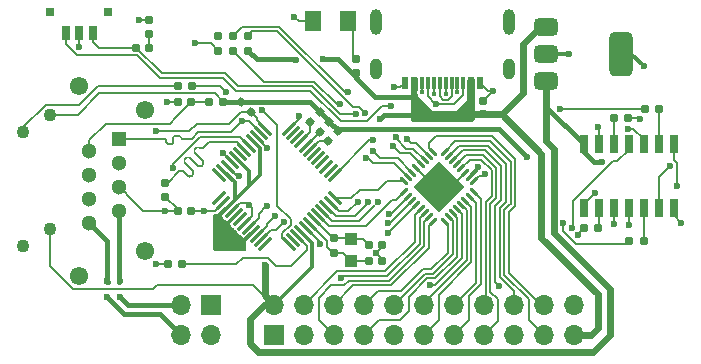
<source format=gbr>
%TF.GenerationSoftware,KiCad,Pcbnew,8.0.2-8.0.2-0~ubuntu22.04.1*%
%TF.CreationDate,2024-07-23T14:23:55-05:00*%
%TF.ProjectId,atslim-328,6174736c-696d-42d3-9332-382e6b696361,rev?*%
%TF.SameCoordinates,Original*%
%TF.FileFunction,Copper,L1,Top*%
%TF.FilePolarity,Positive*%
%FSLAX46Y46*%
G04 Gerber Fmt 4.6, Leading zero omitted, Abs format (unit mm)*
G04 Created by KiCad (PCBNEW 8.0.2-8.0.2-0~ubuntu22.04.1) date 2024-07-23 14:23:55*
%MOMM*%
%LPD*%
G01*
G04 APERTURE LIST*
G04 Aperture macros list*
%AMRoundRect*
0 Rectangle with rounded corners*
0 $1 Rounding radius*
0 $2 $3 $4 $5 $6 $7 $8 $9 X,Y pos of 4 corners*
0 Add a 4 corners polygon primitive as box body*
4,1,4,$2,$3,$4,$5,$6,$7,$8,$9,$2,$3,0*
0 Add four circle primitives for the rounded corners*
1,1,$1+$1,$2,$3*
1,1,$1+$1,$4,$5*
1,1,$1+$1,$6,$7*
1,1,$1+$1,$8,$9*
0 Add four rect primitives between the rounded corners*
20,1,$1+$1,$2,$3,$4,$5,0*
20,1,$1+$1,$4,$5,$6,$7,0*
20,1,$1+$1,$6,$7,$8,$9,0*
20,1,$1+$1,$8,$9,$2,$3,0*%
%AMRotRect*
0 Rectangle, with rotation*
0 The origin of the aperture is its center*
0 $1 length*
0 $2 width*
0 $3 Rotation angle, in degrees counterclockwise*
0 Add horizontal line*
21,1,$1,$2,0,0,$3*%
G04 Aperture macros list end*
%TA.AperFunction,ComponentPad*%
%ADD10R,1.700000X1.700000*%
%TD*%
%TA.AperFunction,ComponentPad*%
%ADD11O,1.700000X1.700000*%
%TD*%
%TA.AperFunction,SMDPad,CuDef*%
%ADD12RoundRect,0.375000X-0.625000X-0.375000X0.625000X-0.375000X0.625000X0.375000X-0.625000X0.375000X0*%
%TD*%
%TA.AperFunction,SMDPad,CuDef*%
%ADD13RoundRect,0.500000X-0.500000X-1.400000X0.500000X-1.400000X0.500000X1.400000X-0.500000X1.400000X0*%
%TD*%
%TA.AperFunction,SMDPad,CuDef*%
%ADD14RoundRect,0.155000X-0.212500X-0.155000X0.212500X-0.155000X0.212500X0.155000X-0.212500X0.155000X0*%
%TD*%
%TA.AperFunction,SMDPad,CuDef*%
%ADD15R,0.650000X1.525000*%
%TD*%
%TA.AperFunction,SMDPad,CuDef*%
%ADD16RoundRect,0.160000X-0.026517X-0.252791X0.252791X0.026517X0.026517X0.252791X-0.252791X-0.026517X0*%
%TD*%
%TA.AperFunction,SMDPad,CuDef*%
%ADD17RoundRect,0.250001X0.462499X0.624999X-0.462499X0.624999X-0.462499X-0.624999X0.462499X-0.624999X0*%
%TD*%
%TA.AperFunction,SMDPad,CuDef*%
%ADD18R,0.800000X1.250000*%
%TD*%
%TA.AperFunction,SMDPad,CuDef*%
%ADD19R,0.650000X0.700000*%
%TD*%
%TA.AperFunction,SMDPad,CuDef*%
%ADD20RoundRect,0.160000X-0.160000X0.197500X-0.160000X-0.197500X0.160000X-0.197500X0.160000X0.197500X0*%
%TD*%
%TA.AperFunction,SMDPad,CuDef*%
%ADD21RoundRect,0.160000X-0.197500X-0.160000X0.197500X-0.160000X0.197500X0.160000X-0.197500X0.160000X0*%
%TD*%
%TA.AperFunction,ComponentPad*%
%ADD22R,1.300000X1.300000*%
%TD*%
%TA.AperFunction,ComponentPad*%
%ADD23C,1.300000*%
%TD*%
%TA.AperFunction,ComponentPad*%
%ADD24C,1.100000*%
%TD*%
%TA.AperFunction,ComponentPad*%
%ADD25C,1.550000*%
%TD*%
%TA.AperFunction,SMDPad,CuDef*%
%ADD26RoundRect,0.155000X0.212500X0.155000X-0.212500X0.155000X-0.212500X-0.155000X0.212500X-0.155000X0*%
%TD*%
%TA.AperFunction,SMDPad,CuDef*%
%ADD27RoundRect,0.075000X-0.521491X0.415425X0.415425X-0.521491X0.521491X-0.415425X-0.415425X0.521491X0*%
%TD*%
%TA.AperFunction,SMDPad,CuDef*%
%ADD28RoundRect,0.075000X-0.521491X-0.415425X-0.415425X-0.521491X0.521491X0.415425X0.415425X0.521491X0*%
%TD*%
%TA.AperFunction,ConnectorPad*%
%ADD29C,0.787400*%
%TD*%
%TA.AperFunction,SMDPad,CuDef*%
%ADD30RoundRect,0.155000X0.155000X-0.212500X0.155000X0.212500X-0.155000X0.212500X-0.155000X-0.212500X0*%
%TD*%
%TA.AperFunction,SMDPad,CuDef*%
%ADD31RoundRect,0.160000X0.197500X0.160000X-0.197500X0.160000X-0.197500X-0.160000X0.197500X-0.160000X0*%
%TD*%
%TA.AperFunction,SMDPad,CuDef*%
%ADD32R,1.100000X1.050000*%
%TD*%
%TA.AperFunction,SMDPad,CuDef*%
%ADD33RoundRect,0.160000X-0.252791X0.026517X0.026517X-0.252791X0.252791X-0.026517X-0.026517X0.252791X0*%
%TD*%
%TA.AperFunction,SMDPad,CuDef*%
%ADD34RoundRect,0.062500X-0.220971X-0.309359X0.309359X0.220971X0.220971X0.309359X-0.309359X-0.220971X0*%
%TD*%
%TA.AperFunction,SMDPad,CuDef*%
%ADD35RoundRect,0.062500X0.220971X-0.309359X0.309359X-0.220971X-0.220971X0.309359X-0.309359X0.220971X0*%
%TD*%
%TA.AperFunction,HeatsinkPad*%
%ADD36C,0.500000*%
%TD*%
%TA.AperFunction,HeatsinkPad*%
%ADD37RotRect,3.100000X3.100000X45.000000*%
%TD*%
%TA.AperFunction,SMDPad,CuDef*%
%ADD38R,0.600000X1.100000*%
%TD*%
%TA.AperFunction,SMDPad,CuDef*%
%ADD39R,0.300000X1.100000*%
%TD*%
%TA.AperFunction,ComponentPad*%
%ADD40O,1.000000X2.200000*%
%TD*%
%TA.AperFunction,ComponentPad*%
%ADD41O,1.000000X1.800000*%
%TD*%
%TA.AperFunction,ViaPad*%
%ADD42C,0.600000*%
%TD*%
%TA.AperFunction,ViaPad*%
%ADD43C,0.400000*%
%TD*%
%TA.AperFunction,Conductor*%
%ADD44C,0.200000*%
%TD*%
%TA.AperFunction,Conductor*%
%ADD45C,0.450000*%
%TD*%
%TA.AperFunction,Conductor*%
%ADD46C,0.600000*%
%TD*%
%TA.AperFunction,Conductor*%
%ADD47C,0.400000*%
%TD*%
%TA.AperFunction,Conductor*%
%ADD48C,0.300000*%
%TD*%
G04 APERTURE END LIST*
D10*
%TO.P,J7,1,Pin_1*%
%TO.N,GND*%
X94770000Y-97475000D03*
D11*
%TO.P,J7,2,Pin_2*%
X94770000Y-100015000D03*
%TO.P,J7,3,Pin_3*%
%TO.N,TR0_TAP*%
X92230000Y-97475000D03*
%TO.P,J7,4,Pin_4*%
%TO.N,TR1_TAP*%
X92230000Y-100015000D03*
%TD*%
D12*
%TO.P,U2,1,IN*%
%TO.N,+5V*%
X123180000Y-73967500D03*
%TO.P,U2,2,GND*%
%TO.N,GND*%
X123180000Y-76267500D03*
D13*
X129480000Y-76267500D03*
D12*
%TO.P,U2,3,OUT*%
%TO.N,+3V3*%
X123180000Y-78567500D03*
%TD*%
D14*
%TO.P,C7,1*%
%TO.N,Net-(J5-RCT)*%
X91972500Y-89540000D03*
%TO.P,C7,2*%
%TO.N,GND*%
X93107500Y-89540000D03*
%TD*%
D15*
%TO.P,IC1,1,1~{OE}*%
%TO.N,GND*%
X126340000Y-89337000D03*
%TO.P,IC1,2,1A*%
%TO.N,Net-(IC1-1A)*%
X127610000Y-89337000D03*
%TO.P,IC1,3,1Y*%
%TO.N,DI_LLS*%
X128880000Y-89337000D03*
%TO.P,IC1,4,2~{OE}*%
%TO.N,GND*%
X130150000Y-89337000D03*
%TO.P,IC1,5,2A*%
%TO.N,Net-(IC1-2A)*%
X131420000Y-89337000D03*
%TO.P,IC1,6,2Y*%
%TO.N,SCK_LLS*%
X132690000Y-89337000D03*
%TO.P,IC1,7,GND*%
%TO.N,GND*%
X133960000Y-89337000D03*
%TO.P,IC1,8,3Y*%
%TO.N,CS_LLS*%
X133960000Y-83913000D03*
%TO.P,IC1,9,3A*%
%TO.N,Net-(IC1-3A)*%
X132690000Y-83913000D03*
%TO.P,IC1,10,3~{OE}*%
%TO.N,GND*%
X131420000Y-83913000D03*
%TO.P,IC1,11,4Y*%
%TO.N,SPI_MISO*%
X130150000Y-83913000D03*
%TO.P,IC1,12,4A*%
%TO.N,Net-(IC1-4A)*%
X128880000Y-83913000D03*
%TO.P,IC1,13,4~{OE}*%
%TO.N,GND*%
X127610000Y-83913000D03*
%TO.P,IC1,14,VCC*%
%TO.N,+3V3*%
X126340000Y-83913000D03*
%TD*%
D16*
%TO.P,R11,1*%
%TO.N,Net-(U3-PMODE2)*%
X104727504Y-83592496D03*
%TO.P,R11,2*%
%TO.N,+3V3*%
X105572496Y-82747504D03*
%TD*%
%TO.P,R9,1*%
%TO.N,Net-(U3-PMODE0)*%
X103217504Y-82042496D03*
%TO.P,R9,2*%
%TO.N,+3V3*%
X104062496Y-81197504D03*
%TD*%
D17*
%TO.P,D1,1,A*%
%TO.N,Net-(D1-A)*%
X106382500Y-73490000D03*
%TO.P,D1,2,K*%
%TO.N,GND*%
X103407500Y-73490000D03*
%TD*%
D18*
%TO.P,J2,2,NO*%
%TO.N,GND*%
X83640000Y-74465000D03*
%TO.P,J2,A1,COM_1*%
%TO.N,RESET*%
X84790000Y-74465000D03*
%TO.P,J2,B1,COM_2*%
%TO.N,Net-(J2-COM_2)*%
X82490000Y-74465000D03*
D19*
%TO.P,J2,MP1,MP1*%
%TO.N,unconnected-(J2-PadMP1)*%
X86115000Y-72740000D03*
%TO.P,J2,MP2,MP2*%
%TO.N,unconnected-(J2-PadMP2)*%
X81165000Y-72740000D03*
%TD*%
D20*
%TO.P,R12,1*%
%TO.N,Net-(U3-XO)*%
X105245000Y-91872500D03*
%TO.P,R12,2*%
%TO.N,Net-(U3-XI{slash}CLKIN)*%
X105245000Y-93067500D03*
%TD*%
D16*
%TO.P,R10,1*%
%TO.N,Net-(U3-PMODE1)*%
X103982504Y-82827496D03*
%TO.P,R10,2*%
%TO.N,+3V3*%
X104827496Y-81982504D03*
%TD*%
D21*
%TO.P,R3,1*%
%TO.N,SPI_MOSI*%
X126367500Y-91025000D03*
%TO.P,R3,2*%
%TO.N,Net-(IC1-1A)*%
X127562500Y-91025000D03*
%TD*%
D14*
%TO.P,C6,1*%
%TO.N,Net-(U3-XO)*%
X108152500Y-92395000D03*
%TO.P,C6,2*%
%TO.N,GND*%
X109287500Y-92395000D03*
%TD*%
D22*
%TO.P,J5,1,TD+*%
%TO.N,/ethernet/TX+*%
X87035000Y-83419000D03*
D23*
%TO.P,J5,2,TCT*%
%TO.N,Net-(J5-TCT)*%
X84495000Y-84435000D03*
%TO.P,J5,3,TD-*%
%TO.N,/ethernet/TX-*%
X87035000Y-85451000D03*
%TO.P,J5,4,RD+*%
%TO.N,Net-(J5-RD+)*%
X84495000Y-86467000D03*
%TO.P,J5,5,RCT*%
%TO.N,Net-(J5-RCT)*%
X87035000Y-87483000D03*
%TO.P,J5,6,RD-*%
%TO.N,Net-(J5-RD-)*%
X84495000Y-88499000D03*
%TO.P,J5,7,V+*%
%TO.N,TR0_TAP*%
X87035000Y-89515000D03*
%TO.P,J5,8,V-*%
%TO.N,TR1_TAP*%
X84495000Y-90531000D03*
D24*
%TO.P,J5,9,LED1_VIN*%
%TO.N,+3V3*%
X81195000Y-91115000D03*
%TO.P,J5,10,LED1_DAT*%
%TO.N,Net-(J5-LED1_DAT)*%
X78895000Y-92555000D03*
%TO.P,J5,11,LED2_VIN*%
%TO.N,+3V3*%
X81195000Y-81395000D03*
%TO.P,J5,12,LED2_DAT*%
%TO.N,Net-(J5-LED2_DAT)*%
X78895000Y-82835000D03*
D25*
%TO.P,J5,SH1*%
%TO.N,N/C*%
X89245000Y-80975000D03*
%TO.P,J5,SH2*%
X89245000Y-92975000D03*
%TO.P,J5,SH3*%
X83645000Y-95020000D03*
%TO.P,J5,SH4*%
X83645000Y-78930000D03*
%TD*%
D26*
%TO.P,C1,1*%
%TO.N,Net-(C1-Pad1)*%
X89582500Y-75732500D03*
%TO.P,C1,2*%
%TO.N,RESET*%
X88447500Y-75732500D03*
%TD*%
D27*
%TO.P,U3,1,TXN*%
%TO.N,/ethernet/TX-*%
X99386212Y-82602124D03*
%TO.P,U3,2,TXP*%
%TO.N,/ethernet/TX+*%
X99032658Y-82955678D03*
%TO.P,U3,3,AGND*%
%TO.N,GND*%
X98679105Y-83309231D03*
%TO.P,U3,4,AVDD*%
%TO.N,AVDD*%
X98325551Y-83662785D03*
%TO.P,U3,5,RXN*%
%TO.N,/ethernet/RX-*%
X97971998Y-84016338D03*
%TO.P,U3,6,RXP*%
%TO.N,/ethernet/RX+*%
X97618445Y-84369891D03*
%TO.P,U3,7,DNC*%
%TO.N,unconnected-(U3-DNC-Pad7)*%
X97264891Y-84723445D03*
%TO.P,U3,8,AVDD*%
%TO.N,AVDD*%
X96911338Y-85076998D03*
%TO.P,U3,9,AGND*%
%TO.N,GND*%
X96557785Y-85430551D03*
%TO.P,U3,10,EXRES1*%
%TO.N,Net-(U3-EXRES1)*%
X96204231Y-85784105D03*
%TO.P,U3,11,AVDD*%
%TO.N,AVDD*%
X95850678Y-86137658D03*
%TO.P,U3,12,NC*%
%TO.N,unconnected-(U3-NC-Pad12)*%
X95497124Y-86491212D03*
D28*
%TO.P,U3,13,NC*%
%TO.N,unconnected-(U3-NC-Pad13)*%
X95497124Y-88488788D03*
%TO.P,U3,14,AGND*%
%TO.N,GND*%
X95850678Y-88842342D03*
%TO.P,U3,15,AVDD*%
%TO.N,AVDD*%
X96204231Y-89195895D03*
%TO.P,U3,16,AGND*%
%TO.N,GND*%
X96557785Y-89549449D03*
%TO.P,U3,17,AVDD*%
%TO.N,AVDD*%
X96911338Y-89903002D03*
%TO.P,U3,18,VBG*%
%TO.N,unconnected-(U3-VBG-Pad18)*%
X97264891Y-90256555D03*
%TO.P,U3,19,AGND*%
%TO.N,GND*%
X97618445Y-90610109D03*
%TO.P,U3,20,TOCAP*%
%TO.N,Net-(U3-TOCAP)*%
X97971998Y-90963662D03*
%TO.P,U3,21,AVDD*%
%TO.N,AVDD*%
X98325551Y-91317215D03*
%TO.P,U3,22,1V2O*%
%TO.N,Net-(U3-1V2O)*%
X98679105Y-91670769D03*
%TO.P,U3,23,RSVD*%
%TO.N,Net-(R13-Pad2)*%
X99032658Y-92024322D03*
%TO.P,U3,24,SPDLED*%
%TO.N,unconnected-(U3-SPDLED-Pad24)*%
X99386212Y-92377876D03*
D27*
%TO.P,U3,25,LINKLED*%
%TO.N,/ethernet/LINK_LED*%
X101383788Y-92377876D03*
%TO.P,U3,26,DUPLED*%
%TO.N,unconnected-(U3-DUPLED-Pad26)*%
X101737342Y-92024322D03*
%TO.P,U3,27,ACTLED*%
%TO.N,/ethernet/ACT_LED*%
X102090895Y-91670769D03*
%TO.P,U3,28,VDD*%
%TO.N,+3V3*%
X102444449Y-91317215D03*
%TO.P,U3,29,GND*%
%TO.N,GND*%
X102798002Y-90963662D03*
%TO.P,U3,30,XI/CLKIN*%
%TO.N,Net-(U3-XI{slash}CLKIN)*%
X103151555Y-90610109D03*
%TO.P,U3,31,XO*%
%TO.N,Net-(U3-XO)*%
X103505109Y-90256555D03*
%TO.P,U3,32,~{SCS}*%
%TO.N,SPI_SS*%
X103858662Y-89903002D03*
%TO.P,U3,33,SCLK*%
%TO.N,SPI_SCK*%
X104212215Y-89549449D03*
%TO.P,U3,34,MISO*%
%TO.N,SPI_MISO*%
X104565769Y-89195895D03*
%TO.P,U3,35,MOSI*%
%TO.N,SPI_MOSI*%
X104919322Y-88842342D03*
%TO.P,U3,36,~{INT}*%
%TO.N,INTn*%
X105272876Y-88488788D03*
D28*
%TO.P,U3,37,~{RST}*%
%TO.N,RESET*%
X105272876Y-86491212D03*
%TO.P,U3,38,RSVD*%
%TO.N,unconnected-(U3-RSVD-Pad38)*%
X104919322Y-86137658D03*
%TO.P,U3,39,RSVD*%
%TO.N,unconnected-(U3-RSVD-Pad39)*%
X104565769Y-85784105D03*
%TO.P,U3,40,RSVD*%
%TO.N,unconnected-(U3-RSVD-Pad40)*%
X104212215Y-85430551D03*
%TO.P,U3,41,RSVD*%
%TO.N,unconnected-(U3-RSVD-Pad41)*%
X103858662Y-85076998D03*
%TO.P,U3,42,RSVD*%
%TO.N,unconnected-(U3-RSVD-Pad42)*%
X103505109Y-84723445D03*
%TO.P,U3,43,PMODE2*%
%TO.N,Net-(U3-PMODE2)*%
X103151555Y-84369891D03*
%TO.P,U3,44,PMODE1*%
%TO.N,Net-(U3-PMODE1)*%
X102798002Y-84016338D03*
%TO.P,U3,45,PMODE0*%
%TO.N,Net-(U3-PMODE0)*%
X102444449Y-83662785D03*
%TO.P,U3,46,NC*%
%TO.N,unconnected-(U3-NC-Pad46)*%
X102090895Y-83309231D03*
%TO.P,U3,47,NC*%
%TO.N,unconnected-(U3-NC-Pad47)*%
X101737342Y-82955678D03*
%TO.P,U3,48,AGND*%
%TO.N,GND*%
X101383788Y-82602124D03*
%TD*%
D29*
%TO.P,J1,1,DI*%
%TO.N,/UPDI*%
X97940000Y-74695000D03*
%TO.P,J1,2,VCC*%
%TO.N,+5V*%
X97940000Y-75965000D03*
%TO.P,J1,3,TX*%
%TO.N,Prog_TX*%
X96670000Y-74695000D03*
%TO.P,J1,4,RX*%
%TO.N,Prog_RX*%
X96670000Y-75965000D03*
%TO.P,J1,5*%
%TO.N,unconnected-(J1-Pad5)*%
X95400000Y-74695000D03*
%TO.P,J1,6,GND*%
%TO.N,GND*%
X95400000Y-75965000D03*
%TD*%
D21*
%TO.P,R4,1*%
%TO.N,SPI_SCK*%
X130222500Y-92065000D03*
%TO.P,R4,2*%
%TO.N,Net-(IC1-2A)*%
X131417500Y-92065000D03*
%TD*%
D30*
%TO.P,C4,1*%
%TO.N,+5V*%
X117850000Y-81367500D03*
%TO.P,C4,2*%
%TO.N,GND*%
X117850000Y-80232500D03*
%TD*%
D31*
%TO.P,R19,1*%
%TO.N,+3V3*%
X95827500Y-80300000D03*
%TO.P,R19,2*%
%TO.N,Net-(J5-TCT)*%
X94632500Y-80300000D03*
%TD*%
D32*
%TO.P,X1,1,1*%
%TO.N,Net-(U3-XO)*%
X106685000Y-91895000D03*
%TO.P,X1,2,2*%
%TO.N,Net-(U3-XI{slash}CLKIN)*%
X106685000Y-93745000D03*
%TD*%
D31*
%TO.P,R6,1*%
%TO.N,Net-(IC1-3A)*%
X132707500Y-80925000D03*
%TO.P,R6,2*%
%TO.N,SPI_CS*%
X131512500Y-80925000D03*
%TD*%
D20*
%TO.P,R1,1*%
%TO.N,GND*%
X89580000Y-73405000D03*
%TO.P,R1,2*%
%TO.N,Net-(C1-Pad1)*%
X89580000Y-74600000D03*
%TD*%
D33*
%TO.P,R16,1*%
%TO.N,+3V3*%
X97322504Y-80322504D03*
%TO.P,R16,2*%
%TO.N,/ethernet/TX-*%
X98167496Y-81167496D03*
%TD*%
D34*
%TO.P,U1,1,PA3*%
%TO.N,SPI_SS*%
X111124105Y-87976136D03*
%TO.P,U1,2,PA4*%
%TO.N,SPI_SCK*%
X111477659Y-88329689D03*
%TO.P,U1,3,PA5*%
%TO.N,SPI_MISO*%
X111831212Y-88683243D03*
%TO.P,U1,4,PA6*%
%TO.N,SPI_MOSI*%
X112184766Y-89036796D03*
%TO.P,U1,5,PA7*%
%TO.N,/AN7*%
X112538319Y-89390349D03*
%TO.P,U1,6,PC0*%
%TO.N,/Serial_TX*%
X112891872Y-89743903D03*
%TO.P,U1,7,PC1*%
%TO.N,/Serial_RX*%
X113245426Y-90097456D03*
%TO.P,U1,8,PC2*%
%TO.N,/DIGC2{slash}SDA*%
X113598979Y-90451010D03*
D35*
%TO.P,U1,9,PC3*%
%TO.N,/DIGC3{slash}SCL*%
X114571251Y-90451010D03*
%TO.P,U1,10,PD0*%
%TO.N,/DIGD0*%
X114924804Y-90097456D03*
%TO.P,U1,11,PD1*%
%TO.N,/DIGD1*%
X115278358Y-89743903D03*
%TO.P,U1,12,PD2*%
%TO.N,/DIGD2*%
X115631911Y-89390349D03*
%TO.P,U1,13,PD3*%
%TO.N,/DIGD3*%
X115985464Y-89036796D03*
%TO.P,U1,14,PD4*%
%TO.N,/DIGD4*%
X116339018Y-88683243D03*
%TO.P,U1,15,PD5*%
%TO.N,/DIGD5*%
X116692571Y-88329689D03*
%TO.P,U1,16,PD6*%
%TO.N,/DIGD6*%
X117046125Y-87976136D03*
D34*
%TO.P,U1,17,PD7*%
%TO.N,SPI_CS*%
X117046125Y-87003864D03*
%TO.P,U1,18,AVDD*%
%TO.N,Net-(U1-AVDD)*%
X116692571Y-86650311D03*
%TO.P,U1,19,GND*%
%TO.N,GND*%
X116339018Y-86296757D03*
%TO.P,U1,20,PF0/TOSC1*%
%TO.N,/DIGF0*%
X115985464Y-85943204D03*
%TO.P,U1,21,PF1/TOSC2*%
%TO.N,/DIGF1*%
X115631911Y-85589651D03*
%TO.P,U1,22,PF2*%
%TO.N,/DIGF2*%
X115278358Y-85236097D03*
%TO.P,U1,23,PF3*%
%TO.N,/DIGF3*%
X114924804Y-84882544D03*
%TO.P,U1,24,PF4*%
%TO.N,/DIGF4*%
X114571251Y-84528990D03*
D35*
%TO.P,U1,25,PF5*%
%TO.N,/DIGF5*%
X113598979Y-84528990D03*
%TO.P,U1,26,PF6/~{RESET}*%
%TO.N,Net-(J2-COM_2)*%
X113245426Y-84882544D03*
%TO.P,U1,27,UPDI*%
%TO.N,/UPDI*%
X112891872Y-85236097D03*
%TO.P,U1,28,VDD*%
%TO.N,Net-(U1-VDD)*%
X112538319Y-85589651D03*
%TO.P,U1,29,GND*%
%TO.N,GND*%
X112184766Y-85943204D03*
%TO.P,U1,30,EXTCLK/PA0*%
%TO.N,Prog_TX*%
X111831212Y-86296757D03*
%TO.P,U1,31,PA1*%
%TO.N,Prog_RX*%
X111477659Y-86650311D03*
%TO.P,U1,32,PA2*%
%TO.N,INTn*%
X111124105Y-87003864D03*
D36*
%TO.P,U1,33,GND*%
%TO.N,GND*%
X112670901Y-87490000D03*
X113378008Y-88197107D03*
X114085115Y-88904214D03*
X113378008Y-86782893D03*
X114085115Y-87490000D03*
D37*
X114085115Y-87490000D03*
D36*
X114792222Y-88197107D03*
X114085115Y-86075786D03*
X114792222Y-86782893D03*
X115499329Y-87490000D03*
%TD*%
D21*
%TO.P,R5,1*%
%TO.N,Net-(IC1-4A)*%
X128882500Y-81660000D03*
%TO.P,R5,2*%
%TO.N,DO_LLS*%
X130077500Y-81660000D03*
%TD*%
D20*
%TO.P,R22,1*%
%TO.N,Net-(D1-A)*%
X107045000Y-76702500D03*
%TO.P,R22,2*%
%TO.N,+5V*%
X107045000Y-77897500D03*
%TD*%
D14*
%TO.P,C5,1*%
%TO.N,Net-(U3-XI{slash}CLKIN)*%
X108152500Y-93745000D03*
%TO.P,C5,2*%
%TO.N,GND*%
X109287500Y-93745000D03*
%TD*%
%TO.P,C10,1*%
%TO.N,GND*%
X92007500Y-80290000D03*
%TO.P,C10,2*%
%TO.N,Net-(J5-TCT)*%
X93142500Y-80290000D03*
%TD*%
D10*
%TO.P,J6,1,Pin_1*%
%TO.N,GND*%
X100125000Y-100025000D03*
D11*
%TO.P,J6,2,Pin_2*%
%TO.N,+3V3*%
X100125000Y-97485000D03*
%TO.P,J6,3,Pin_3*%
%TO.N,/Serial_TX*%
X102665000Y-100025000D03*
%TO.P,J6,4,Pin_4*%
%TO.N,/AN7*%
X102665000Y-97485000D03*
%TO.P,J6,5,Pin_5*%
%TO.N,/Serial_RX*%
X105205000Y-100025000D03*
%TO.P,J6,6,Pin_6*%
%TO.N,/DIGC2{slash}SDA*%
X105205000Y-97485000D03*
%TO.P,J6,7,Pin_7*%
%TO.N,/DIGD1*%
X107745000Y-100025000D03*
%TO.P,J6,8,Pin_8*%
%TO.N,/DIGC3{slash}SCL*%
X107745000Y-97485000D03*
%TO.P,J6,9,Pin_9*%
%TO.N,/DIGD2*%
X110285000Y-100025000D03*
%TO.P,J6,10,Pin_10*%
%TO.N,/DIGD0*%
X110285000Y-97485000D03*
%TO.P,J6,11,Pin_11*%
%TO.N,/DIGD4*%
X112825000Y-100025000D03*
%TO.P,J6,12,Pin_12*%
%TO.N,/DIGD3*%
X112825000Y-97485000D03*
%TO.P,J6,13,Pin_13*%
%TO.N,/DIGD6*%
X115365000Y-100025000D03*
%TO.P,J6,14,Pin_14*%
%TO.N,/DIGD5*%
X115365000Y-97485000D03*
%TO.P,J6,15,Pin_15*%
%TO.N,/DIGF1*%
X117905000Y-100025000D03*
%TO.P,J6,16,Pin_16*%
%TO.N,/DIGF0*%
X117905000Y-97485000D03*
%TO.P,J6,17,Pin_17*%
%TO.N,/DIGF2*%
X120445000Y-100025000D03*
%TO.P,J6,18,Pin_18*%
%TO.N,/DIGF3*%
X120445000Y-97485000D03*
%TO.P,J6,19,Pin_19*%
%TO.N,/DIGF4*%
X122985000Y-100025000D03*
%TO.P,J6,20,Pin_20*%
%TO.N,/DIGF5*%
X122985000Y-97485000D03*
%TO.P,J6,21,Pin_21*%
%TO.N,+5V*%
X125525000Y-100025000D03*
%TO.P,J6,22,Pin_22*%
%TO.N,GND*%
X125525000Y-97485000D03*
%TD*%
D38*
%TO.P,J4,A1_B12,GND_A*%
%TO.N,GND*%
X117610000Y-78715000D03*
%TO.P,J4,A4_B9,VBUS_A*%
%TO.N,+5V*%
X116810000Y-78715000D03*
D39*
%TO.P,J4,A5,CC1*%
%TO.N,Net-(J4-CC1)*%
X115660000Y-78715000D03*
%TO.P,J4,A6,DP1*%
%TO.N,Net-(J4-DP1)*%
X114660000Y-78715000D03*
%TO.P,J4,A7,DN1*%
%TO.N,Net-(J4-DN1)*%
X114160000Y-78715000D03*
%TO.P,J4,A8,SBU1*%
%TO.N,GND*%
X113160000Y-78715000D03*
D38*
%TO.P,J4,B1_A12,GND_B*%
X111210000Y-78715000D03*
%TO.P,J4,B4_A9,VBUS_B*%
%TO.N,+5V*%
X112010000Y-78715000D03*
D39*
%TO.P,J4,B5,CC2*%
%TO.N,Net-(J4-CC2)*%
X112660000Y-78715000D03*
%TO.P,J4,B6,DP2*%
%TO.N,Net-(J4-DP1)*%
X113660000Y-78715000D03*
%TO.P,J4,B7,DN2*%
%TO.N,Net-(J4-DN1)*%
X115160000Y-78715000D03*
%TO.P,J4,B8,SBU2*%
%TO.N,GND*%
X116160000Y-78715000D03*
D40*
%TO.P,J4,SH1,SHELL_GND*%
X120030000Y-73565000D03*
D41*
%TO.P,J4,SH2,SHELL_GND__1*%
X108790000Y-77565000D03*
%TO.P,J4,SH3,SHELL_GND__2*%
X120030000Y-77565000D03*
D40*
%TO.P,J4,SH4,SHELL_GND__3*%
X108790000Y-73565000D03*
%TD*%
D21*
%TO.P,R20,1*%
%TO.N,Net-(J5-LED1_DAT)*%
X91125000Y-94060000D03*
%TO.P,R20,2*%
%TO.N,/ethernet/ACT_LED*%
X92320000Y-94060000D03*
%TD*%
D20*
%TO.P,R14,1*%
%TO.N,/ethernet/RX+*%
X90930000Y-87157500D03*
%TO.P,R14,2*%
%TO.N,Net-(J5-RCT)*%
X90930000Y-88352500D03*
%TD*%
D21*
%TO.P,R21,1*%
%TO.N,Net-(J5-LED2_DAT)*%
X91977500Y-78950000D03*
%TO.P,R21,2*%
%TO.N,/ethernet/LINK_LED*%
X93172500Y-78950000D03*
%TD*%
D42*
%TO.N,+3V3*%
X123810000Y-85005000D03*
X121570000Y-85010000D03*
%TO.N,+5V*%
X118870000Y-81350000D03*
%TO.N,SPI_MOSI*%
X109812427Y-91409134D03*
%TO.N,SPI_SCK*%
X109900463Y-89765463D03*
%TO.N,SPI_MISO*%
X109812428Y-90560605D03*
%TO.N,SPI_SCK*%
X108895003Y-88760000D03*
%TO.N,SPI_MISO*%
X108095000Y-88760000D03*
%TO.N,SPI_MOSI*%
X107240000Y-88765000D03*
%TO.N,TR1_TAP*%
X86020000Y-96820000D03*
%TO.N,TR0_TAP*%
X87060000Y-96805000D03*
%TO.N,TR1_TAP*%
X86020000Y-95480000D03*
%TO.N,TR0_TAP*%
X87060000Y-95480000D03*
%TO.N,SPI_SCK*%
X124635419Y-90566409D03*
%TO.N,SPI_MOSI*%
X125853433Y-91562223D03*
%TO.N,SPI_MISO*%
X125336594Y-90951582D03*
%TO.N,GND*%
X91030000Y-80305000D03*
%TO.N,Net-(J5-LED1_DAT)*%
X90115000Y-94065000D03*
%TO.N,Net-(J5-RCT)*%
X90920000Y-89530000D03*
%TO.N,GND*%
X118705000Y-79370000D03*
X125105000Y-76300000D03*
X130125000Y-82575000D03*
X130150000Y-90715000D03*
X131425000Y-77315000D03*
X88660000Y-73405000D03*
X93445000Y-75335000D03*
X94185000Y-89540000D03*
X134610000Y-90605000D03*
X110290000Y-79090000D03*
X101825000Y-73110000D03*
X127585000Y-82475000D03*
X95785000Y-84645000D03*
X108782580Y-93082691D03*
X83620000Y-75635000D03*
X127274500Y-87985000D03*
X102230000Y-81520000D03*
X104020000Y-92365000D03*
X113810000Y-80465000D03*
X99567703Y-84203093D03*
X97985000Y-89060000D03*
%TO.N,+5V*%
X109075000Y-81745000D03*
X104250000Y-76715000D03*
X101973235Y-76736765D03*
%TO.N,+3V3*%
X99335000Y-94105000D03*
X127880735Y-85415735D03*
X95830000Y-80290000D03*
%TO.N,CS_LLS*%
X134235000Y-87470000D03*
%TO.N,SCK_LLS*%
X133615000Y-85770000D03*
%TO.N,DI_LLS*%
X128875000Y-90670000D03*
%TO.N,DO_LLS*%
X131080000Y-81775000D03*
%TO.N,RESET*%
X107029265Y-81360000D03*
X108525000Y-83552500D03*
%TO.N,/Serial_TX*%
X105834265Y-95250000D03*
%TO.N,Net-(J2-COM_2)*%
X110011765Y-80695000D03*
X111359265Y-83450735D03*
%TO.N,Net-(U3-1V2O)*%
X100210000Y-89960000D03*
%TO.N,Net-(U3-TOCAP)*%
X99532500Y-89137500D03*
%TO.N,/ethernet/RX-*%
X91575735Y-85880735D03*
%TO.N,/ethernet/RX+*%
X90930000Y-87157500D03*
%TO.N,AVDD*%
X96285000Y-92320000D03*
X95455000Y-92320000D03*
%TO.N,/ethernet/LINK_LED*%
X96075000Y-79445000D03*
X99125000Y-81000000D03*
%TO.N,Net-(U3-EXRES1)*%
X97190406Y-86558147D03*
%TO.N,/ethernet/TX+*%
X97435000Y-81925000D03*
%TO.N,/ethernet/TX-*%
X90100000Y-82815000D03*
D43*
%TO.N,Net-(J4-DP1)*%
X113660000Y-79625000D03*
X114660000Y-79630000D03*
%TO.N,Net-(J4-CC2)*%
X112660000Y-79480000D03*
D42*
%TO.N,SPI_CS*%
X124385000Y-80925000D03*
X117952872Y-86384761D03*
D43*
%TO.N,Net-(J4-CC1)*%
X115660000Y-79495000D03*
D42*
%TO.N,Net-(R13-Pad2)*%
X100940443Y-90505443D03*
%TO.N,/DIGF2*%
X119170000Y-95915000D03*
%TO.N,/DIGD2*%
X113355000Y-95850000D03*
%TO.N,Net-(U1-VDD)*%
X110235000Y-84090000D03*
%TO.N,Net-(U1-AVDD)*%
X117398235Y-85808235D03*
%TO.N,Prog_RX*%
X105745001Y-80530785D03*
X107940000Y-85075000D03*
%TO.N,/UPDI*%
X107826218Y-81290253D03*
X110442176Y-83317289D03*
%TO.N,Prog_TX*%
X106416765Y-79483235D03*
X108510000Y-84475000D03*
%TD*%
D44*
%TO.N,SPI_CS*%
X124385000Y-80925000D02*
X131512500Y-80925000D01*
%TO.N,/DIGF5*%
X113598979Y-84528990D02*
X113270000Y-84200011D01*
X113270000Y-84200011D02*
X113270000Y-83770000D01*
X113270000Y-83770000D02*
X113831765Y-83208235D01*
X113831765Y-83208235D02*
X118603235Y-83208235D01*
X118603235Y-83208235D02*
X120552872Y-85157872D01*
X120552872Y-85157872D02*
X120552872Y-89147128D01*
X120552872Y-89147128D02*
X120044335Y-89655665D01*
X120044335Y-89655665D02*
X120044335Y-94797963D01*
X120044335Y-94797963D02*
X122731372Y-97485000D01*
D45*
%TO.N,TR1_TAP*%
X86020000Y-96820000D02*
X87430000Y-98230000D01*
X90445000Y-98230000D02*
X92230000Y-100015000D01*
X87430000Y-98230000D02*
X90445000Y-98230000D01*
D44*
%TO.N,SPI_MOSI*%
X125853433Y-91562223D02*
X125853433Y-91539067D01*
X125853433Y-91539067D02*
X126367500Y-91025000D01*
%TO.N,SPI_MISO*%
X125410000Y-88735000D02*
X128802475Y-85342525D01*
X125336594Y-90951582D02*
X125410000Y-90878176D01*
X125410000Y-90878176D02*
X125410000Y-88735000D01*
X128802475Y-85342525D02*
X129157975Y-85342525D01*
X129157975Y-85342525D02*
X130150000Y-84350500D01*
%TO.N,SPI_SS*%
X103858662Y-89903002D02*
X104795660Y-90840000D01*
X104795660Y-90840000D02*
X107930000Y-90840000D01*
X107930000Y-90840000D02*
X110160000Y-88610000D01*
X110160000Y-88610000D02*
X110490000Y-88610000D01*
X110490000Y-88610000D02*
X110490000Y-88605000D01*
X110490000Y-88605000D02*
X111118864Y-87976136D01*
%TO.N,INTn*%
X105272876Y-88488788D02*
X106667683Y-88488788D01*
X106667683Y-88488788D02*
X107406471Y-87750000D01*
X107406471Y-87750000D02*
X108935000Y-87750000D01*
X108935000Y-87750000D02*
X109681136Y-87003864D01*
X109681136Y-87003864D02*
X111124105Y-87003864D01*
D46*
%TO.N,+5V*%
X122672500Y-73967500D02*
X121225000Y-75415000D01*
X121225000Y-75415000D02*
X121225000Y-79550000D01*
X119407500Y-81367500D02*
X117850000Y-81367500D01*
X121225000Y-79550000D02*
X119407500Y-81367500D01*
%TO.N,+3V3*%
X123810000Y-85005000D02*
X123810000Y-84295000D01*
D47*
X121570000Y-85010000D02*
X121555000Y-84995000D01*
D46*
%TO.N,+5V*%
X118852500Y-81367500D02*
X117850000Y-81367500D01*
X118870000Y-81350000D02*
X118852500Y-81367500D01*
X118887500Y-81367500D02*
X118870000Y-81350000D01*
D47*
%TO.N,+3V3*%
X126340000Y-83913000D02*
X123180000Y-80753000D01*
X123180000Y-80753000D02*
X123180000Y-80690000D01*
D46*
X100125000Y-97485000D02*
X99290000Y-97485000D01*
X98810000Y-101470000D02*
X127165000Y-101470000D01*
X123810000Y-91390000D02*
X123810000Y-85005000D01*
X123180000Y-83665000D02*
X123180000Y-78567500D01*
X99290000Y-97485000D02*
X98077500Y-98697500D01*
X98077500Y-98697500D02*
X98080000Y-98700000D01*
X98080000Y-98700000D02*
X98080000Y-100740000D01*
X98080000Y-100740000D02*
X98810000Y-101470000D01*
X127165000Y-101470000D02*
X128605000Y-100030000D01*
X128605000Y-100030000D02*
X128605000Y-96185000D01*
X128605000Y-96185000D02*
X123810000Y-91390000D01*
X123810000Y-84295000D02*
X123180000Y-83665000D01*
D47*
X105572496Y-82747504D02*
X105720000Y-82600000D01*
X105720000Y-82600000D02*
X119160000Y-82600000D01*
X119160000Y-82600000D02*
X121570000Y-85010000D01*
D46*
%TO.N,+5V*%
X125525000Y-100025000D02*
X126980000Y-100025000D01*
X126980000Y-100025000D02*
X127550000Y-99455000D01*
X127550000Y-99455000D02*
X127550000Y-96620000D01*
X127550000Y-96620000D02*
X122770000Y-91840000D01*
X122770000Y-91840000D02*
X122770000Y-84690000D01*
X119447500Y-81367500D02*
X118887500Y-81367500D01*
X122770000Y-84690000D02*
X119447500Y-81367500D01*
X117850000Y-81367500D02*
X116512500Y-81367500D01*
X116512500Y-81367500D02*
X116475000Y-81330000D01*
D44*
%TO.N,/UPDI*%
X106845000Y-80760000D02*
X100421301Y-74336301D01*
X107826218Y-81290253D02*
X107295965Y-80760000D01*
X107295965Y-80760000D02*
X106845000Y-80760000D01*
X100421301Y-74336301D02*
X98298699Y-74336301D01*
X98298699Y-74336301D02*
X97940000Y-74695000D01*
%TO.N,Net-(J2-COM_2)*%
X110011765Y-80695000D02*
X109270000Y-80695000D01*
X83452500Y-76342500D02*
X82490000Y-75380000D01*
X109270000Y-80695000D02*
X108005000Y-81960000D01*
X108005000Y-81960000D02*
X105760000Y-81960000D01*
X105760000Y-81960000D02*
X103190000Y-79390000D01*
X103190000Y-79390000D02*
X96885000Y-79390000D01*
X96885000Y-79390000D02*
X95800000Y-78305000D01*
X95800000Y-78305000D02*
X90454314Y-78305000D01*
X90454314Y-78305000D02*
X88491814Y-76342500D01*
X88491814Y-76342500D02*
X83452500Y-76342500D01*
X82490000Y-75380000D02*
X82490000Y-74465000D01*
D47*
%TO.N,+5V*%
X101973235Y-76736765D02*
X101953235Y-76716765D01*
X101953235Y-76716765D02*
X98691765Y-76716765D01*
X98691765Y-76716765D02*
X97940000Y-75965000D01*
X104250000Y-76715000D02*
X105565000Y-76715000D01*
X108710000Y-79860000D02*
X111975000Y-79860000D01*
X105565000Y-76715000D02*
X108710000Y-79860000D01*
D44*
%TO.N,Prog_TX*%
X106133921Y-79483235D02*
X100585686Y-73935000D01*
X106416765Y-79483235D02*
X106133921Y-79483235D01*
X100585686Y-73935000D02*
X97430000Y-73935000D01*
X97430000Y-73935000D02*
X96670000Y-74695000D01*
%TO.N,Prog_RX*%
X105462157Y-80530785D02*
X103521372Y-78590000D01*
X105745001Y-80530785D02*
X105462157Y-80530785D01*
X103521372Y-78590000D02*
X99300000Y-78590000D01*
X99300000Y-78590000D02*
X96675000Y-75965000D01*
%TO.N,CS_LLS*%
X134235000Y-87470000D02*
X134215000Y-87450000D01*
X134215000Y-87450000D02*
X134215000Y-85465000D01*
X134215000Y-85465000D02*
X133960000Y-85210000D01*
X133960000Y-85210000D02*
X133960000Y-83913000D01*
%TO.N,+3V3*%
X100080000Y-97530000D02*
X98355000Y-95805000D01*
X98355000Y-95805000D02*
X90240000Y-95805000D01*
X90240000Y-95805000D02*
X89880000Y-96165000D01*
X89880000Y-96165000D02*
X83120000Y-96165000D01*
X83120000Y-96165000D02*
X81195000Y-94240000D01*
X81195000Y-94240000D02*
X81195000Y-91115000D01*
%TO.N,GND*%
X127274500Y-87985000D02*
X126340000Y-88919500D01*
X126340000Y-88919500D02*
X126340000Y-89337000D01*
D47*
%TO.N,+3V3*%
X127880735Y-85415735D02*
X127225235Y-85415735D01*
X126340000Y-84530500D02*
X126340000Y-83913000D01*
X127225235Y-85415735D02*
X126340000Y-84530500D01*
D44*
%TO.N,SPI_SCK*%
X125706471Y-92350000D02*
X129937500Y-92350000D01*
X129937500Y-92350000D02*
X130222500Y-92065000D01*
X124635419Y-90566409D02*
X124635419Y-91278948D01*
X124635419Y-91278948D02*
X125706471Y-92350000D01*
%TO.N,GND*%
X117850000Y-80232500D02*
X117850000Y-80225000D01*
X117850000Y-80225000D02*
X118705000Y-79370000D01*
%TO.N,SPI_MOSI*%
X109812428Y-91409134D02*
X112184766Y-89036796D01*
X109812427Y-91409134D02*
X109812428Y-91409134D01*
%TO.N,SPI_MISO*%
X109812428Y-90560605D02*
X109953850Y-90560605D01*
X109953850Y-90560605D02*
X111831212Y-88683243D01*
%TO.N,SPI_SCK*%
X109900463Y-89765463D02*
X110041885Y-89765463D01*
X110041885Y-89765463D02*
X111477659Y-88329689D01*
X108695000Y-89008529D02*
X107318529Y-90385000D01*
X107318529Y-90385000D02*
X105047766Y-90385000D01*
X105047766Y-90385000D02*
X104212215Y-89549449D01*
%TO.N,SPI_MISO*%
X105354874Y-89985000D02*
X104565769Y-89195895D01*
X108095000Y-88760000D02*
X108095000Y-88880000D01*
X108095000Y-88880000D02*
X106990000Y-89985000D01*
X106990000Y-89985000D02*
X105354874Y-89985000D01*
%TO.N,Net-(U3-XO)*%
X106685000Y-91895000D02*
X107652500Y-91895000D01*
X107652500Y-91895000D02*
X108152500Y-92395000D01*
%TO.N,GND*%
X109287500Y-92577771D02*
X109287500Y-92395000D01*
X108782580Y-93082691D02*
X109287500Y-92577771D01*
X108782580Y-93082691D02*
X109287500Y-93587611D01*
X109287500Y-93587611D02*
X109287500Y-93745000D01*
%TO.N,SPI_MOSI*%
X107240000Y-88765000D02*
X106420000Y-89585000D01*
X106420000Y-89585000D02*
X105661980Y-89585000D01*
X105661980Y-89585000D02*
X104919322Y-88842342D01*
D45*
%TO.N,TR0_TAP*%
X87060000Y-96805000D02*
X87730000Y-97475000D01*
X87730000Y-97475000D02*
X92230000Y-97475000D01*
%TO.N,TR1_TAP*%
X86020000Y-95480000D02*
X86020000Y-92065000D01*
X86020000Y-92065000D02*
X84495000Y-90540000D01*
X84495000Y-90540000D02*
X84495000Y-90531000D01*
X86020000Y-95535000D02*
X86040000Y-95555000D01*
X86020000Y-95480000D02*
X86020000Y-95535000D01*
%TO.N,TR0_TAP*%
X87060000Y-95480000D02*
X87035000Y-95505000D01*
X87035000Y-95505000D02*
X87035000Y-95550000D01*
X87035000Y-95550000D02*
X87030000Y-95555000D01*
X87060000Y-95480000D02*
X87035000Y-95455000D01*
X87035000Y-95455000D02*
X87035000Y-89515000D01*
D44*
%TO.N,/DIGC3{slash}SCL*%
X107745000Y-97485000D02*
X108895000Y-96335000D01*
X108895000Y-96335000D02*
X110890099Y-96335000D01*
X114825000Y-93069314D02*
X114825000Y-90704759D01*
X110890099Y-96335000D02*
X112775099Y-94450000D01*
X112775099Y-94450000D02*
X113444314Y-94450000D01*
X113444314Y-94450000D02*
X114825000Y-93069314D01*
X114825000Y-90704759D02*
X114571251Y-90451010D01*
%TO.N,/ethernet/LINK_LED*%
X99125000Y-81000000D02*
X100415000Y-82290000D01*
X100839381Y-91455035D02*
X100839381Y-91833469D01*
X100415000Y-82290000D02*
X100415000Y-89131471D01*
X100415000Y-89131471D02*
X101540443Y-90256914D01*
X101540443Y-90256914D02*
X101540443Y-90753973D01*
X101540443Y-90753973D02*
X100839381Y-91455035D01*
X100839381Y-91833469D02*
X101383788Y-92377876D01*
%TO.N,Net-(J5-LED2_DAT)*%
X91977500Y-78950000D02*
X85185280Y-78950000D01*
X85185280Y-78950000D02*
X83590280Y-80545000D01*
X83590280Y-80545000D02*
X80800000Y-80545000D01*
X80800000Y-80545000D02*
X78895000Y-82450000D01*
%TO.N,/ethernet/LINK_LED*%
X96075000Y-79445000D02*
X95580000Y-78950000D01*
%TO.N,Net-(J5-LED2_DAT)*%
X78895000Y-82450000D02*
X78895000Y-82835000D01*
%TO.N,/ethernet/LINK_LED*%
X95580000Y-78950000D02*
X93172500Y-78950000D01*
%TO.N,Net-(D1-A)*%
X107045000Y-76702500D02*
X106850000Y-76507500D01*
X106850000Y-76507500D02*
X106850000Y-73957500D01*
%TO.N,/UPDI*%
X110442176Y-83317289D02*
X110442176Y-83382176D01*
X110442176Y-83382176D02*
X111320000Y-84260000D01*
X111320000Y-84260000D02*
X111915775Y-84260000D01*
X111915775Y-84260000D02*
X112891872Y-85236097D01*
%TO.N,GND*%
X97985000Y-89060000D02*
X97805000Y-88880000D01*
X97227234Y-88880000D02*
X96557785Y-89549449D01*
X97805000Y-88880000D02*
X97227234Y-88880000D01*
X97985000Y-89060000D02*
X98245000Y-89320000D01*
X98245000Y-89320000D02*
X98245000Y-89983554D01*
X98245000Y-89983554D02*
X97618445Y-90610109D01*
%TO.N,Net-(R13-Pad2)*%
X100940443Y-90505443D02*
X100270886Y-91175000D01*
X100270886Y-91175000D02*
X99875000Y-91175000D01*
X99875000Y-91175000D02*
X99032658Y-92017342D01*
%TO.N,Net-(U3-1V2O)*%
X100210000Y-89960000D02*
X99550000Y-90620000D01*
X99550000Y-90620000D02*
X99550000Y-90795000D01*
X99550000Y-90795000D02*
X98679105Y-91665895D01*
%TO.N,Net-(U3-TOCAP)*%
X99467500Y-89137500D02*
X98835000Y-89770000D01*
X98830660Y-90105000D02*
X97971998Y-90963662D01*
X98835000Y-89770000D02*
X98835000Y-90105000D01*
X98835000Y-90105000D02*
X98830660Y-90105000D01*
%TO.N,GND*%
X91030000Y-80305000D02*
X91992500Y-80305000D01*
X91992500Y-80305000D02*
X92007500Y-80290000D01*
%TO.N,Net-(J5-TCT)*%
X84495000Y-84435000D02*
X84495000Y-83515762D01*
X94627500Y-80295000D02*
X94632500Y-80300000D01*
X84495000Y-83515762D02*
X85865762Y-82145000D01*
X85865762Y-82145000D02*
X91285000Y-82145000D01*
X91285000Y-82145000D02*
X91870000Y-81560000D01*
X93136471Y-80295000D02*
X94627500Y-80295000D01*
X91870000Y-81560000D02*
X91871471Y-81560000D01*
X91871471Y-81560000D02*
X93136471Y-80295000D01*
%TO.N,Net-(U3-TOCAP)*%
X99532500Y-89137500D02*
X99467500Y-89137500D01*
%TO.N,Net-(J5-LED1_DAT)*%
X91125000Y-94060000D02*
X90120000Y-94060000D01*
X90120000Y-94060000D02*
X90115000Y-94065000D01*
%TO.N,/ethernet/ACT_LED*%
X92320000Y-94060000D02*
X92335000Y-94075000D01*
X92335000Y-94075000D02*
X96910000Y-94075000D01*
X96910000Y-94075000D02*
X97480000Y-93505000D01*
X97480000Y-93505000D02*
X99583528Y-93505000D01*
X102905000Y-92484874D02*
X102090895Y-91670769D01*
X99583528Y-93505000D02*
X100278528Y-94200000D01*
X100278528Y-94200000D02*
X101528604Y-94200000D01*
X101528604Y-94200000D02*
X102905000Y-92823604D01*
X102905000Y-92823604D02*
X102905000Y-92484874D01*
%TO.N,/ethernet/RX-*%
X93895000Y-83260000D02*
X97215660Y-83260000D01*
X91575735Y-85880735D02*
X91575735Y-85579265D01*
X91575735Y-85579265D02*
X93895000Y-83260000D01*
X97215660Y-83260000D02*
X97971998Y-84016338D01*
%TO.N,/ethernet/RX+*%
X91002500Y-87262500D02*
X90930000Y-87190000D01*
X90930000Y-87190000D02*
X90930000Y-87157500D01*
%TO.N,Net-(J5-RCT)*%
X91960000Y-89527500D02*
X91960000Y-89382500D01*
X91960000Y-89382500D02*
X90930000Y-88352500D01*
X87035000Y-87483000D02*
X87695000Y-88143000D01*
X87695000Y-88143000D02*
X87695000Y-88155000D01*
X87695000Y-88155000D02*
X89070000Y-89530000D01*
X89070000Y-89530000D02*
X90920000Y-89530000D01*
X90920000Y-89540000D02*
X90920000Y-89540000D01*
X90920000Y-89530000D02*
X90920000Y-89540000D01*
X90920000Y-89540000D02*
X91972500Y-89540000D01*
%TO.N,GND*%
X103407500Y-73490000D02*
X102205000Y-73490000D01*
X101387876Y-82602124D02*
X102260000Y-81730000D01*
X134610000Y-90580000D02*
X134610000Y-90605000D01*
D48*
X125072500Y-76267500D02*
X125105000Y-76300000D01*
D44*
X113995000Y-80530000D02*
X115332107Y-80530000D01*
D48*
X123180000Y-76267500D02*
X125072500Y-76267500D01*
D44*
X113160000Y-79832107D02*
X113792893Y-80465000D01*
X130125000Y-82575000D02*
X130499500Y-82575000D01*
X117610000Y-78715000D02*
X118260000Y-79365000D01*
X110290000Y-79090000D02*
X110835000Y-79090000D01*
X118700000Y-79365000D02*
X118705000Y-79370000D01*
X102260000Y-81730000D02*
X102260000Y-81550000D01*
X83620000Y-75635000D02*
X83620000Y-74485000D01*
X127610000Y-83913000D02*
X127610000Y-82500000D01*
X95785000Y-84660000D02*
X95785000Y-84645000D01*
X133960000Y-89930000D02*
X134610000Y-90580000D01*
X113810000Y-80482107D02*
X113832893Y-80505000D01*
X99223513Y-83853639D02*
X98679105Y-83309231D01*
X113810000Y-80465000D02*
X113930000Y-80465000D01*
X99223513Y-83858903D02*
X99223513Y-83853639D01*
X113792893Y-80465000D02*
X113810000Y-80465000D01*
X95400000Y-75965000D02*
X94770000Y-75335000D01*
X94185000Y-89540000D02*
X94190000Y-89535000D01*
X96555551Y-85430551D02*
X95785000Y-84660000D01*
D48*
X129480000Y-76267500D02*
X130377500Y-76267500D01*
D44*
X102260000Y-81550000D02*
X102230000Y-81520000D01*
X130150000Y-90715000D02*
X130150000Y-89337000D01*
X118260000Y-79365000D02*
X118700000Y-79365000D01*
X94185000Y-89540000D02*
X93107500Y-89540000D01*
X102798002Y-90963662D02*
X104020000Y-92185660D01*
X95158020Y-89535000D02*
X95850678Y-88842342D01*
X94190000Y-89535000D02*
X95158020Y-89535000D01*
X110835000Y-79090000D02*
X111210000Y-78715000D01*
X130499500Y-82575000D02*
X131420000Y-83495500D01*
D48*
X130377500Y-76267500D02*
X131425000Y-77315000D01*
D44*
X99567703Y-84203093D02*
X99223513Y-83858903D01*
X116339018Y-86296757D02*
X115499329Y-87136446D01*
X102205000Y-73490000D02*
X101825000Y-73110000D01*
X115332107Y-80530000D02*
X116160000Y-79702107D01*
X94770000Y-75335000D02*
X93445000Y-75335000D01*
X113160000Y-78715000D02*
X113160000Y-79832107D01*
X113930000Y-80465000D02*
X113995000Y-80530000D01*
X88660000Y-73405000D02*
X89580000Y-73405000D01*
X113832893Y-80505000D02*
X113835000Y-80505000D01*
X112184766Y-85943204D02*
X113024455Y-86782893D01*
X127610000Y-82500000D02*
X127585000Y-82475000D01*
X113810000Y-80465000D02*
X113810000Y-80482107D01*
X104020000Y-92185660D02*
X104020000Y-92365000D01*
X116160000Y-79702107D02*
X116160000Y-78715000D01*
D45*
%TO.N,+5V*%
X109400000Y-81420000D02*
X112475000Y-81420000D01*
X109075000Y-81745000D02*
X109400000Y-81420000D01*
D48*
%TO.N,+3V3*%
X103355000Y-92227766D02*
X102444449Y-91317215D01*
X100140000Y-97485000D02*
X103355000Y-94270000D01*
X103355000Y-94270000D02*
X103355000Y-92227766D01*
D44*
X85345000Y-79590000D02*
X91347500Y-79590000D01*
D47*
X95830000Y-80290000D02*
X97290000Y-80290000D01*
X105572496Y-82727504D02*
X104827496Y-81982504D01*
X104827496Y-81962504D02*
X104062496Y-81197504D01*
D44*
X95130000Y-79590000D02*
X91352500Y-79590000D01*
D46*
X99335000Y-96695000D02*
X100125000Y-97485000D01*
D47*
X103164992Y-80300000D02*
X97345008Y-80300000D01*
D44*
X83540000Y-81395000D02*
X85345000Y-79590000D01*
X81195000Y-81395000D02*
X83540000Y-81395000D01*
X95830000Y-80290000D02*
X95130000Y-79590000D01*
D47*
X104062496Y-81197504D02*
X103164992Y-80300000D01*
D46*
X99335000Y-94105000D02*
X99335000Y-96695000D01*
D44*
%TO.N,Net-(IC1-1A)*%
X127607500Y-90980000D02*
X127607500Y-89339500D01*
%TO.N,Net-(IC1-3A)*%
X132690000Y-83913000D02*
X132690000Y-80942500D01*
%TO.N,Net-(IC1-4A)*%
X128880000Y-83913000D02*
X128880000Y-81662500D01*
%TO.N,Net-(IC1-2A)*%
X131417500Y-92065000D02*
X131417500Y-89339500D01*
%TO.N,SCK_LLS*%
X132690000Y-86695000D02*
X132690000Y-89337000D01*
X133615000Y-85770000D02*
X132690000Y-86695000D01*
%TO.N,DO_LLS*%
X130965000Y-81660000D02*
X131080000Y-81775000D01*
X130077500Y-81660000D02*
X130965000Y-81660000D01*
%TO.N,RESET*%
X103355686Y-78990000D02*
X97050686Y-78990000D01*
X105725686Y-81360000D02*
X103355686Y-78990000D01*
X107029265Y-81360000D02*
X105725686Y-81360000D01*
X95965686Y-77905000D02*
X90620000Y-77905000D01*
X85302500Y-75732500D02*
X84790000Y-75220000D01*
X90620000Y-77905000D02*
X88447500Y-75732500D01*
X84790000Y-75220000D02*
X84790000Y-74465000D01*
X88447500Y-75732500D02*
X85302500Y-75732500D01*
X97050686Y-78990000D02*
X95965686Y-77905000D01*
%TO.N,/Serial_TX*%
X105834265Y-95250000D02*
X106034265Y-95050000D01*
X109725685Y-95050000D02*
X112455000Y-92320686D01*
X112455000Y-92320686D02*
X112455000Y-90180775D01*
X106034265Y-95050000D02*
X109725685Y-95050000D01*
X112455000Y-90180775D02*
X112891872Y-89743903D01*
%TO.N,/Serial_RX*%
X106482794Y-95450000D02*
X106082794Y-95850000D01*
X112855000Y-92486372D02*
X109891372Y-95450000D01*
X112855000Y-90487882D02*
X112855000Y-92486372D01*
X109891372Y-95450000D02*
X106482794Y-95450000D01*
X113245426Y-90097456D02*
X112855000Y-90487882D01*
X106082794Y-95850000D02*
X104985000Y-95850000D01*
X103945000Y-98765000D02*
X105205000Y-100025000D01*
X104985000Y-95850000D02*
X103945000Y-96890000D01*
X103945000Y-96890000D02*
X103945000Y-98765000D01*
%TO.N,Net-(C1-Pad1)*%
X89582500Y-75732500D02*
X89582500Y-74602500D01*
%TO.N,Net-(J2-COM_2)*%
X111708530Y-83800000D02*
X112170000Y-83800000D01*
X111359265Y-83450735D02*
X111708530Y-83800000D01*
X112170000Y-83800000D02*
X113245426Y-84875426D01*
%TO.N,Net-(U3-XI{slash}CLKIN)*%
X106685000Y-93745000D02*
X108152500Y-93745000D01*
X105245000Y-93067500D02*
X106007500Y-93067500D01*
X104620000Y-92078554D02*
X104620000Y-92590000D01*
X104620000Y-92590000D02*
X105097500Y-93067500D01*
X103151555Y-90610109D02*
X104620000Y-92078554D01*
X106007500Y-93067500D02*
X106685000Y-93745000D01*
%TO.N,Net-(U3-XO)*%
X103505109Y-90256555D02*
X105121054Y-91872500D01*
X105245000Y-91872500D02*
X106662500Y-91872500D01*
D48*
%TO.N,AVDD*%
X96204231Y-89195895D02*
X97987563Y-87412563D01*
X96204231Y-89195895D02*
X95335000Y-90065126D01*
X96911338Y-85076998D02*
X97987563Y-86153223D01*
X97987563Y-87412563D02*
X98919958Y-86480168D01*
X96911338Y-89903002D02*
X96010000Y-90804340D01*
X95335000Y-90065126D02*
X95335000Y-90515000D01*
X97987563Y-86153223D02*
X97987563Y-87412563D01*
X98919958Y-84257192D02*
X98325551Y-83662785D01*
X97345000Y-92120000D02*
X97330000Y-92105000D01*
X98325551Y-91317215D02*
X97522766Y-92120000D01*
X96204231Y-89195895D02*
X96798639Y-88601487D01*
X97522766Y-92120000D02*
X97345000Y-92120000D01*
X96798639Y-87085619D02*
X95850678Y-86137658D01*
X98919958Y-86480168D02*
X98919958Y-84257192D01*
X96798639Y-88601487D02*
X96798639Y-87085619D01*
D44*
%TO.N,Net-(U3-PMODE0)*%
X102444449Y-83662785D02*
X103217504Y-82889730D01*
X103217504Y-82889730D02*
X103217504Y-82042496D01*
%TO.N,Net-(U3-PMODE1)*%
X102798002Y-84011998D02*
X103982504Y-82827496D01*
%TO.N,Net-(U3-PMODE2)*%
X103151555Y-84369891D02*
X103928950Y-83592496D01*
X103928950Y-83592496D02*
X104727504Y-83592496D01*
%TO.N,Net-(U3-EXRES1)*%
X96978273Y-86558147D02*
X96204231Y-85784105D01*
X97190406Y-86558147D02*
X96978273Y-86558147D01*
%TO.N,/ethernet/TX+*%
X92114314Y-83215000D02*
X91714314Y-83215000D01*
X91014314Y-83680146D02*
X91014314Y-83655000D01*
X87039000Y-83415000D02*
X90774314Y-83415000D01*
X97437496Y-81897496D02*
X97974476Y-81897496D01*
X91614314Y-83415000D02*
X91614314Y-83655000D01*
X97435000Y-81925000D02*
X97409992Y-81925000D01*
X91614314Y-83315000D02*
X91614314Y-83415000D01*
X93729314Y-82860000D02*
X93174314Y-83415000D01*
X96474992Y-82860000D02*
X93729314Y-82860000D01*
X91614314Y-83655000D02*
X91614314Y-83680146D01*
X97435000Y-81925000D02*
X97435000Y-81899992D01*
X97409992Y-81925000D02*
X96474992Y-82860000D01*
X97974476Y-81897496D02*
X99032658Y-82955678D01*
X97435000Y-81899992D02*
X97437496Y-81897496D01*
X93174314Y-83415000D02*
X92314314Y-83415000D01*
X91374314Y-83920146D02*
X91254314Y-83920146D01*
X91614314Y-83680146D02*
G75*
G02*
X91374314Y-83920114I-240014J46D01*
G01*
X91714314Y-83215000D02*
G75*
G03*
X91614300Y-83315000I-14J-100000D01*
G01*
X91254314Y-83920146D02*
G75*
G02*
X91014254Y-83680146I-14J240046D01*
G01*
X92314314Y-83415000D02*
G75*
G02*
X92214300Y-83315000I-14J100000D01*
G01*
X92214314Y-83315000D02*
G75*
G03*
X92114314Y-83214986I-100014J0D01*
G01*
X91014314Y-83655000D02*
G75*
G03*
X90774314Y-83414986I-240014J0D01*
G01*
%TO.N,/ethernet/TX-*%
X99386212Y-82602124D02*
X98665000Y-81880912D01*
X90100000Y-82815000D02*
X92955000Y-82815000D01*
X98167496Y-81167496D02*
X97327504Y-81167496D01*
X92955000Y-82815000D02*
X93585000Y-82185000D01*
X98665000Y-81665000D02*
X98167496Y-81167496D01*
X97327504Y-81167496D02*
X96310000Y-82185000D01*
X96310000Y-82185000D02*
X93585000Y-82185000D01*
X98665000Y-81880912D02*
X98665000Y-81665000D01*
%TO.N,Net-(J4-DP1)*%
X113660000Y-78715000D02*
X113660000Y-79625000D01*
X114660000Y-78715000D02*
X114660000Y-79630000D01*
%TO.N,Net-(J4-DN1)*%
X115160000Y-79286471D02*
X115162500Y-79283971D01*
X114160000Y-78715000D02*
X114160000Y-79837107D01*
X114160000Y-79837107D02*
X114452893Y-80130000D01*
X115160000Y-79837107D02*
X115160000Y-79286471D01*
X115160000Y-78715000D02*
X115160000Y-79281471D01*
X114452893Y-80130000D02*
X114867107Y-80130000D01*
X114867107Y-80130000D02*
X115160000Y-79837107D01*
X115160000Y-79281471D02*
X115162500Y-79283971D01*
%TO.N,Net-(J4-CC2)*%
X112660000Y-79480000D02*
X112660000Y-78715000D01*
%TO.N,SPI_CS*%
X117450000Y-86605000D02*
X117051136Y-87003864D01*
X117735000Y-86605000D02*
X117450000Y-86605000D01*
X117952872Y-86384761D02*
X117952872Y-86387128D01*
X117952872Y-86387128D02*
X117735000Y-86605000D01*
%TO.N,Net-(J4-CC1)*%
X115660000Y-79495000D02*
X115660000Y-78715000D01*
%TO.N,/DIGF1*%
X119055000Y-97008654D02*
X119055000Y-98875000D01*
X119055000Y-98875000D02*
X117905000Y-100025000D01*
X118444335Y-88970686D02*
X118444335Y-96397989D01*
X115631911Y-85588089D02*
X116411765Y-84808235D01*
X118952872Y-88462149D02*
X118444335Y-88970686D01*
X118444335Y-96397989D02*
X119055000Y-97008654D01*
X117812450Y-84808235D02*
X118952872Y-85948657D01*
X118952872Y-85948657D02*
X118952872Y-88462149D01*
X116411765Y-84808235D02*
X117812450Y-84808235D01*
%TO.N,/DIGC2{slash}SDA*%
X110057058Y-95850000D02*
X113255000Y-92652058D01*
X105205000Y-97485000D02*
X106840000Y-95850000D01*
X113255000Y-90794989D02*
X113598979Y-90451010D01*
X106840000Y-95850000D02*
X110057058Y-95850000D01*
X113255000Y-92652058D02*
X113255000Y-90794989D01*
%TO.N,/DIGF2*%
X118845000Y-89140000D02*
X118844335Y-89140665D01*
X118845000Y-89135707D02*
X118845000Y-89140000D01*
X119155000Y-95915000D02*
X119170000Y-95915000D01*
X118844335Y-95604335D02*
X119155000Y-95915000D01*
X115278358Y-85236097D02*
X116106220Y-84408235D01*
X116106220Y-84408235D02*
X117978136Y-84408235D01*
X118844335Y-89140665D02*
X118844335Y-95604335D01*
X119352872Y-88627835D02*
X118845000Y-89135707D01*
X119352872Y-85782971D02*
X119352872Y-88627835D01*
X117978136Y-84408235D02*
X119352872Y-85782971D01*
%TO.N,/DIGF0*%
X118552872Y-88296463D02*
X118044335Y-88805000D01*
X116720433Y-85208235D02*
X117646764Y-85208235D01*
X117646764Y-85208235D02*
X118552872Y-86114343D01*
X118552872Y-86114343D02*
X118552872Y-88296463D01*
X115985464Y-85943204D02*
X116720433Y-85208235D01*
X118044335Y-88805000D02*
X118044335Y-97345665D01*
%TO.N,/DIGD2*%
X116044335Y-93571351D02*
X113765686Y-95850000D01*
X116044335Y-89802773D02*
X116044335Y-93571351D01*
X115631911Y-89390349D02*
X116044335Y-89802773D01*
X113765686Y-95850000D02*
X113355000Y-95850000D01*
%TO.N,/DIGD0*%
X115244335Y-90416987D02*
X114924804Y-90097456D01*
X113610000Y-94850000D02*
X115244335Y-93215665D01*
X112940785Y-94850000D02*
X113610000Y-94850000D01*
X110305785Y-97485000D02*
X112940785Y-94850000D01*
X115244335Y-93215665D02*
X115244335Y-90416987D01*
%TO.N,/DIGD5*%
X117244335Y-88881453D02*
X117244335Y-95605665D01*
X116692571Y-88329689D02*
X117244335Y-88881453D01*
X117244335Y-95605665D02*
X115365000Y-97485000D01*
%TO.N,/DIGF3*%
X120445000Y-96330000D02*
X120445000Y-97485000D01*
X118223235Y-84008235D02*
X119752872Y-85537872D01*
X119244335Y-95129335D02*
X120445000Y-96330000D01*
X119752872Y-88793520D02*
X119244335Y-89302057D01*
X119244335Y-89302057D02*
X119244335Y-95129335D01*
X115799113Y-84008235D02*
X118223235Y-84008235D01*
X119752872Y-85537872D02*
X119752872Y-88793520D01*
X114924804Y-84882544D02*
X115799113Y-84008235D01*
%TO.N,/DIGD1*%
X113800000Y-95250000D02*
X113106471Y-95250000D01*
X109020000Y-98750000D02*
X107745000Y-100025000D01*
X115644335Y-90109880D02*
X115644335Y-93405665D01*
X115644335Y-93405665D02*
X113800000Y-95250000D01*
X110775000Y-98750000D02*
X109020000Y-98750000D01*
X111545000Y-96811471D02*
X111545000Y-97980000D01*
X111545000Y-97980000D02*
X110775000Y-98750000D01*
X115278358Y-89743903D02*
X115644335Y-90109880D01*
X113106471Y-95250000D02*
X111545000Y-96811471D01*
%TO.N,/DIGF4*%
X118398235Y-83608235D02*
X120152872Y-85362872D01*
X120142872Y-88972128D02*
X119644335Y-89470665D01*
X115492006Y-83608235D02*
X118398235Y-83608235D01*
X119644335Y-94963649D02*
X121705000Y-97024314D01*
X114571251Y-84528990D02*
X115492006Y-83608235D01*
X119644335Y-89470665D02*
X119644335Y-94963649D01*
X121705000Y-97024314D02*
X121705000Y-98745000D01*
X121705000Y-98745000D02*
X122985000Y-100025000D01*
X120152872Y-88972128D02*
X120142872Y-88972128D01*
X120152872Y-85362872D02*
X120152872Y-88972128D01*
%TO.N,Net-(U1-VDD)*%
X110805000Y-84660000D02*
X111608668Y-84660000D01*
X111608668Y-84660000D02*
X112538319Y-85589651D01*
X110235000Y-84090000D02*
X110805000Y-84660000D01*
%TO.N,/DIGD6*%
X117046125Y-87976136D02*
X117644335Y-88574346D01*
X117644335Y-88574346D02*
X117644335Y-95771350D01*
X117644335Y-95771350D02*
X117580000Y-95835686D01*
X116635000Y-98755000D02*
X115365000Y-100025000D01*
X116635000Y-96780686D02*
X116635000Y-98755000D01*
X117580000Y-95835686D02*
X116635000Y-96780686D01*
%TO.N,/DIGD3*%
X116444335Y-89495667D02*
X116444335Y-93737037D01*
X115985464Y-89036796D02*
X116444335Y-89495667D01*
X116444335Y-93737037D02*
X112825000Y-97356372D01*
D48*
%TO.N,Net-(U1-AVDD)*%
X117398235Y-85931765D02*
X116692571Y-86637429D01*
X117398235Y-85808235D02*
X117398235Y-85931765D01*
X116692571Y-86637429D02*
X116692571Y-86650311D01*
D44*
%TO.N,/DIGD4*%
X116844335Y-89188560D02*
X116844335Y-93902723D01*
X114080000Y-96667058D02*
X114080000Y-98770000D01*
X116844335Y-93902723D02*
X114080000Y-96667058D01*
X116339018Y-88683243D02*
X116844335Y-89188560D01*
X114080000Y-98770000D02*
X112825000Y-100025000D01*
%TO.N,Prog_RX*%
X108093529Y-85075000D02*
X108498529Y-85480000D01*
X110307348Y-85480000D02*
X111477659Y-86650311D01*
X107940000Y-85075000D02*
X108093529Y-85075000D01*
X108498529Y-85480000D02*
X110307348Y-85480000D01*
%TO.N,Prog_TX*%
X108510000Y-84475000D02*
X109115000Y-85080000D01*
X110614455Y-85080000D02*
X111831212Y-86296757D01*
X109115000Y-85080000D02*
X110614455Y-85080000D01*
%TO.N,/AN7*%
X112538319Y-89390349D02*
X112055000Y-89873668D01*
X112055000Y-89873668D02*
X112055000Y-92155000D01*
X112055000Y-92155000D02*
X109560000Y-94650000D01*
X102665000Y-97485000D02*
X105500000Y-94650000D01*
X105500000Y-94650000D02*
X109560000Y-94650000D01*
%TO.N,/ethernet/RX+*%
X90930000Y-87157500D02*
X91147500Y-87157500D01*
X91147500Y-87157500D02*
X92108682Y-86196318D01*
X94116869Y-84188133D02*
X94258290Y-84046711D01*
X94729735Y-83715000D02*
X96963554Y-83715000D01*
X93409762Y-84329553D02*
X93551183Y-84188133D01*
X93551182Y-84753818D02*
X93409761Y-84612397D01*
X93551180Y-84753816D02*
X93551182Y-84753818D01*
X93126919Y-85178084D02*
X93126918Y-85178082D01*
X92108682Y-86196318D02*
G75*
G02*
X92448093Y-86196317I169706J-169707D01*
G01*
X92985497Y-85036662D02*
X93126919Y-85178084D01*
X94003730Y-85715483D02*
X94088582Y-85630630D01*
X92815788Y-86564013D02*
G75*
G03*
X93155199Y-86564013I169705J169707D01*
G01*
X92702652Y-85602348D02*
X92561231Y-85460927D01*
X94590000Y-83715000D02*
X94729735Y-83715000D01*
X94258290Y-84046711D02*
X94590000Y-83715000D01*
X93240051Y-86479160D02*
G75*
G03*
X93240005Y-86139794I-169751J169660D01*
G01*
X93240051Y-86139748D02*
X92872355Y-85772052D01*
X92561231Y-85460927D02*
G75*
G02*
X92561226Y-85178078I141469J141427D01*
G01*
X94088582Y-85291218D02*
X93551180Y-84753816D01*
X93126918Y-85178082D02*
X93664319Y-85715483D01*
X92561232Y-85178083D02*
X92702653Y-85036663D01*
X92702649Y-85602346D02*
X92702652Y-85602348D01*
X92702653Y-85036663D02*
G75*
G02*
X92985521Y-85036637I141447J-141437D01*
G01*
X93834027Y-84188132D02*
G75*
G03*
X94116820Y-84188085I141373J141432D01*
G01*
X93155199Y-86564013D02*
X93240051Y-86479160D01*
X93664319Y-85715483D02*
G75*
G03*
X94003730Y-85715484I169706J169707D01*
G01*
X92872355Y-85772052D02*
X92702649Y-85602346D01*
X94088582Y-85630630D02*
G75*
G03*
X94088606Y-85291194I-169682J169730D01*
G01*
X93409761Y-84612397D02*
G75*
G02*
X93409786Y-84329577I141439J141397D01*
G01*
X96963554Y-83715000D02*
X97618445Y-84369891D01*
X93551183Y-84188133D02*
G75*
G02*
X93834022Y-84188138I141417J-141467D01*
G01*
X92448093Y-86196318D02*
X92815788Y-86564013D01*
%TO.N,DI_LLS*%
X128880000Y-90665000D02*
X128875000Y-90670000D01*
X128880000Y-89337000D02*
X128880000Y-90665000D01*
%TO.N,RESET*%
X108525000Y-83552500D02*
X108211588Y-83552500D01*
X108211588Y-83552500D02*
X105272876Y-86491212D01*
%TD*%
%TA.AperFunction,Conductor*%
%TO.N,+5V*%
G36*
X112079493Y-78167882D02*
G01*
X112136480Y-78179218D01*
X112181175Y-78197730D01*
X112221272Y-78224522D01*
X112255477Y-78258727D01*
X112282267Y-78298822D01*
X112300781Y-78343517D01*
X112300832Y-78343772D01*
X112312617Y-78403019D01*
X112315000Y-78427210D01*
X112315000Y-79245153D01*
X112301485Y-79301447D01*
X112274353Y-79354695D01*
X112274352Y-79354699D01*
X112254508Y-79479996D01*
X112254508Y-79480003D01*
X112274352Y-79605300D01*
X112274353Y-79605303D01*
X112274354Y-79605304D01*
X112301484Y-79658550D01*
X112315000Y-79714844D01*
X112315000Y-79727923D01*
X112333550Y-79822425D01*
X112333549Y-79822425D01*
X112386446Y-79902904D01*
X112386448Y-79902906D01*
X113466478Y-81004978D01*
X113466480Y-81004980D01*
X113466483Y-81004982D01*
X113548200Y-81060484D01*
X113645036Y-81080000D01*
X115480057Y-81080000D01*
X115480058Y-81080000D01*
X115572859Y-81062138D01*
X115652399Y-81011104D01*
X116432341Y-80268901D01*
X116489766Y-80186324D01*
X116510000Y-80087798D01*
X116510000Y-78427210D01*
X116512383Y-78403019D01*
X116524218Y-78343517D01*
X116542729Y-78298826D01*
X116569524Y-78258724D01*
X116603724Y-78224524D01*
X116643826Y-78197729D01*
X116688514Y-78179219D01*
X116745515Y-78167881D01*
X116769697Y-78165500D01*
X116855303Y-78165500D01*
X116879493Y-78167882D01*
X116936480Y-78179218D01*
X116981175Y-78197730D01*
X117021272Y-78224522D01*
X117055477Y-78258727D01*
X117082267Y-78298822D01*
X117100781Y-78343517D01*
X117100832Y-78343772D01*
X117112617Y-78403019D01*
X117115000Y-78427210D01*
X117115000Y-81732789D01*
X117112617Y-81756978D01*
X117107469Y-81782857D01*
X117100781Y-81816482D01*
X117082267Y-81861179D01*
X117055481Y-81901268D01*
X117021269Y-81935479D01*
X117021133Y-81935571D01*
X116981179Y-81962267D01*
X116936482Y-81980781D01*
X116902857Y-81987469D01*
X116876978Y-81992617D01*
X116852789Y-81995000D01*
X111971875Y-81995000D01*
X111947704Y-81992621D01*
X111922814Y-81987674D01*
X111888251Y-81980805D01*
X111843582Y-81962319D01*
X111803509Y-81935571D01*
X111769304Y-81901411D01*
X111742506Y-81861376D01*
X111723962Y-81816731D01*
X111712068Y-81757290D01*
X111709658Y-81733122D01*
X111708780Y-81060483D01*
X111705342Y-78427538D01*
X111707695Y-78403344D01*
X111719475Y-78343768D01*
X111737959Y-78299021D01*
X111764739Y-78258871D01*
X111798948Y-78224617D01*
X111839063Y-78197784D01*
X111883790Y-78179241D01*
X111909731Y-78174076D01*
X111940831Y-78167886D01*
X111965041Y-78165500D01*
X112055303Y-78165500D01*
X112079493Y-78167882D01*
G37*
%TD.AperFunction*%
%TD*%
%TA.AperFunction,Conductor*%
%TO.N,AVDD*%
G36*
X95478329Y-89780757D02*
G01*
X95494084Y-89794084D01*
X95777020Y-90077020D01*
X95792440Y-90095809D01*
X95822296Y-90140490D01*
X95822302Y-90140498D01*
X95966732Y-90284928D01*
X95966735Y-90284930D01*
X95966738Y-90284933D01*
X96011425Y-90314793D01*
X96030213Y-90330213D01*
X96484126Y-90784126D01*
X96499546Y-90802915D01*
X96529402Y-90847596D01*
X96529408Y-90847604D01*
X96673838Y-90992034D01*
X96673841Y-90992036D01*
X96673844Y-90992039D01*
X96718531Y-91021899D01*
X96737319Y-91037319D01*
X96837680Y-91137680D01*
X96853100Y-91156469D01*
X96882956Y-91201150D01*
X96882962Y-91201158D01*
X97027392Y-91345588D01*
X97027395Y-91345590D01*
X97027398Y-91345593D01*
X97072085Y-91375453D01*
X97090873Y-91390873D01*
X97191233Y-91491233D01*
X97206653Y-91510022D01*
X97236509Y-91554703D01*
X97236515Y-91554711D01*
X97380945Y-91699141D01*
X97380948Y-91699143D01*
X97380951Y-91699146D01*
X97425638Y-91729006D01*
X97444426Y-91744426D01*
X97733681Y-92033681D01*
X97767166Y-92095004D01*
X97770000Y-92121362D01*
X97770000Y-92791000D01*
X97750315Y-92858039D01*
X97697511Y-92903794D01*
X97646000Y-92915000D01*
X95089000Y-92915000D01*
X95021961Y-92895315D01*
X94976206Y-92842511D01*
X94965000Y-92791000D01*
X94965000Y-89959500D01*
X94984685Y-89892461D01*
X95037489Y-89846706D01*
X95089000Y-89835500D01*
X95197580Y-89835500D01*
X95197582Y-89835500D01*
X95274009Y-89815021D01*
X95342531Y-89775460D01*
X95342535Y-89775455D01*
X95344402Y-89774378D01*
X95412302Y-89757905D01*
X95478329Y-89780757D01*
G37*
%TD.AperFunction*%
%TD*%
M02*

</source>
